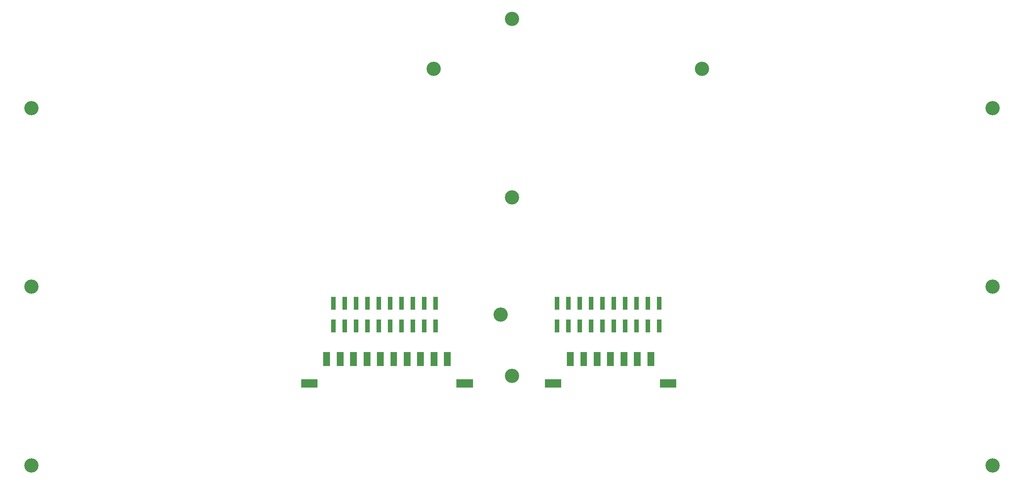
<source format=gbr>
%TF.GenerationSoftware,KiCad,Pcbnew,7.0.1*%
%TF.CreationDate,2025-06-01T15:38:47+02:00*%
%TF.ProjectId,federkontaktplatine_oben,66656465-726b-46f6-9e74-616b74706c61,rev?*%
%TF.SameCoordinates,Original*%
%TF.FileFunction,Soldermask,Top*%
%TF.FilePolarity,Negative*%
%FSLAX46Y46*%
G04 Gerber Fmt 4.6, Leading zero omitted, Abs format (unit mm)*
G04 Created by KiCad (PCBNEW 7.0.1) date 2025-06-01 15:38:47*
%MOMM*%
%LPD*%
G01*
G04 APERTURE LIST*
%ADD10C,0.010000*%
%ADD11C,3.200000*%
%ADD12R,1.000000X3.000000*%
G04 APERTURE END LIST*
%TO.C,J1*%
D10*
X104406200Y-121251200D02*
X100823800Y-121251200D01*
X100823800Y-119448800D01*
X104406200Y-119448800D01*
X104406200Y-121251200D01*
G36*
X104406200Y-121251200D02*
G01*
X100823800Y-121251200D01*
X100823800Y-119448800D01*
X104406200Y-119448800D01*
X104406200Y-121251200D01*
G37*
X107211200Y-116416200D02*
X105788800Y-116416200D01*
X105788800Y-113343800D01*
X107211200Y-113343800D01*
X107211200Y-116416200D01*
G36*
X107211200Y-116416200D02*
G01*
X105788800Y-116416200D01*
X105788800Y-113343800D01*
X107211200Y-113343800D01*
X107211200Y-116416200D01*
G37*
X110211200Y-116416200D02*
X108788800Y-116416200D01*
X108788800Y-113343800D01*
X110211200Y-113343800D01*
X110211200Y-116416200D01*
G36*
X110211200Y-116416200D02*
G01*
X108788800Y-116416200D01*
X108788800Y-113343800D01*
X110211200Y-113343800D01*
X110211200Y-116416200D01*
G37*
X113211200Y-116416200D02*
X111788800Y-116416200D01*
X111788800Y-113343800D01*
X113211200Y-113343800D01*
X113211200Y-116416200D01*
G36*
X113211200Y-116416200D02*
G01*
X111788800Y-116416200D01*
X111788800Y-113343800D01*
X113211200Y-113343800D01*
X113211200Y-116416200D01*
G37*
X116211200Y-116416200D02*
X114788800Y-116416200D01*
X114788800Y-113343800D01*
X116211200Y-113343800D01*
X116211200Y-116416200D01*
G36*
X116211200Y-116416200D02*
G01*
X114788800Y-116416200D01*
X114788800Y-113343800D01*
X116211200Y-113343800D01*
X116211200Y-116416200D01*
G37*
X119211200Y-116416200D02*
X117788800Y-116416200D01*
X117788800Y-113343800D01*
X119211200Y-113343800D01*
X119211200Y-116416200D01*
G36*
X119211200Y-116416200D02*
G01*
X117788800Y-116416200D01*
X117788800Y-113343800D01*
X119211200Y-113343800D01*
X119211200Y-116416200D01*
G37*
X122211200Y-116416200D02*
X120788800Y-116416200D01*
X120788800Y-113343800D01*
X122211200Y-113343800D01*
X122211200Y-116416200D01*
G36*
X122211200Y-116416200D02*
G01*
X120788800Y-116416200D01*
X120788800Y-113343800D01*
X122211200Y-113343800D01*
X122211200Y-116416200D01*
G37*
X125211200Y-116416200D02*
X123788800Y-116416200D01*
X123788800Y-113343800D01*
X125211200Y-113343800D01*
X125211200Y-116416200D01*
G36*
X125211200Y-116416200D02*
G01*
X123788800Y-116416200D01*
X123788800Y-113343800D01*
X125211200Y-113343800D01*
X125211200Y-116416200D01*
G37*
X128211200Y-116416200D02*
X126788800Y-116416200D01*
X126788800Y-113343800D01*
X128211200Y-113343800D01*
X128211200Y-116416200D01*
G36*
X128211200Y-116416200D02*
G01*
X126788800Y-116416200D01*
X126788800Y-113343800D01*
X128211200Y-113343800D01*
X128211200Y-116416200D01*
G37*
X131211200Y-116416200D02*
X129788800Y-116416200D01*
X129788800Y-113343800D01*
X131211200Y-113343800D01*
X131211200Y-116416200D01*
G36*
X131211200Y-116416200D02*
G01*
X129788800Y-116416200D01*
X129788800Y-113343800D01*
X131211200Y-113343800D01*
X131211200Y-116416200D01*
G37*
X134211200Y-116416200D02*
X132788800Y-116416200D01*
X132788800Y-113343800D01*
X134211200Y-113343800D01*
X134211200Y-116416200D01*
G36*
X134211200Y-116416200D02*
G01*
X132788800Y-116416200D01*
X132788800Y-113343800D01*
X134211200Y-113343800D01*
X134211200Y-116416200D01*
G37*
X139176200Y-121251200D02*
X135593800Y-121251200D01*
X135593800Y-119448800D01*
X139176200Y-119448800D01*
X139176200Y-121251200D01*
G36*
X139176200Y-121251200D02*
G01*
X135593800Y-121251200D01*
X135593800Y-119448800D01*
X139176200Y-119448800D01*
X139176200Y-121251200D01*
G37*
%TO.C,J2*%
X158906200Y-121251200D02*
X155323800Y-121251200D01*
X155323800Y-119448800D01*
X158906200Y-119448800D01*
X158906200Y-121251200D01*
G36*
X158906200Y-121251200D02*
G01*
X155323800Y-121251200D01*
X155323800Y-119448800D01*
X158906200Y-119448800D01*
X158906200Y-121251200D01*
G37*
X161711200Y-116416200D02*
X160288800Y-116416200D01*
X160288800Y-113343800D01*
X161711200Y-113343800D01*
X161711200Y-116416200D01*
G36*
X161711200Y-116416200D02*
G01*
X160288800Y-116416200D01*
X160288800Y-113343800D01*
X161711200Y-113343800D01*
X161711200Y-116416200D01*
G37*
X164711200Y-116416200D02*
X163288800Y-116416200D01*
X163288800Y-113343800D01*
X164711200Y-113343800D01*
X164711200Y-116416200D01*
G36*
X164711200Y-116416200D02*
G01*
X163288800Y-116416200D01*
X163288800Y-113343800D01*
X164711200Y-113343800D01*
X164711200Y-116416200D01*
G37*
X167711200Y-116416200D02*
X166288800Y-116416200D01*
X166288800Y-113343800D01*
X167711200Y-113343800D01*
X167711200Y-116416200D01*
G36*
X167711200Y-116416200D02*
G01*
X166288800Y-116416200D01*
X166288800Y-113343800D01*
X167711200Y-113343800D01*
X167711200Y-116416200D01*
G37*
X170711200Y-116416200D02*
X169288800Y-116416200D01*
X169288800Y-113343800D01*
X170711200Y-113343800D01*
X170711200Y-116416200D01*
G36*
X170711200Y-116416200D02*
G01*
X169288800Y-116416200D01*
X169288800Y-113343800D01*
X170711200Y-113343800D01*
X170711200Y-116416200D01*
G37*
X173711200Y-116416200D02*
X172288800Y-116416200D01*
X172288800Y-113343800D01*
X173711200Y-113343800D01*
X173711200Y-116416200D01*
G36*
X173711200Y-116416200D02*
G01*
X172288800Y-116416200D01*
X172288800Y-113343800D01*
X173711200Y-113343800D01*
X173711200Y-116416200D01*
G37*
X176711200Y-116416200D02*
X175288800Y-116416200D01*
X175288800Y-113343800D01*
X176711200Y-113343800D01*
X176711200Y-116416200D01*
G36*
X176711200Y-116416200D02*
G01*
X175288800Y-116416200D01*
X175288800Y-113343800D01*
X176711200Y-113343800D01*
X176711200Y-116416200D01*
G37*
X179711200Y-116416200D02*
X178288800Y-116416200D01*
X178288800Y-113343800D01*
X179711200Y-113343800D01*
X179711200Y-116416200D01*
G36*
X179711200Y-116416200D02*
G01*
X178288800Y-116416200D01*
X178288800Y-113343800D01*
X179711200Y-113343800D01*
X179711200Y-116416200D01*
G37*
X184676200Y-121251200D02*
X181093800Y-121251200D01*
X181093800Y-119448800D01*
X184676200Y-119448800D01*
X184676200Y-121251200D01*
G36*
X184676200Y-121251200D02*
G01*
X181093800Y-121251200D01*
X181093800Y-119448800D01*
X184676200Y-119448800D01*
X184676200Y-121251200D01*
G37*
%TD*%
D11*
%TO.C,H8*%
X255500000Y-58750000D03*
%TD*%
D12*
%TO.C,J4*%
X180930000Y-107520000D03*
X180930000Y-102480000D03*
X178390000Y-107520000D03*
X178390000Y-102480000D03*
X175850000Y-107520000D03*
X175850000Y-102480000D03*
X173310000Y-107520000D03*
X173310000Y-102480000D03*
X170770000Y-107520000D03*
X170770000Y-102480000D03*
X168230000Y-107520000D03*
X168230000Y-102480000D03*
X165690000Y-107520000D03*
X165690000Y-102480000D03*
X163150000Y-107520000D03*
X163150000Y-102480000D03*
X160610000Y-107520000D03*
X160610000Y-102480000D03*
X158070000Y-107520000D03*
X158070000Y-102480000D03*
%TD*%
D11*
%TO.C,H12*%
X255500000Y-98750000D03*
%TD*%
%TO.C,H6*%
X40500000Y-98750000D03*
%TD*%
%TO.C,H9*%
X255500000Y-138750000D03*
%TD*%
%TO.C,H7*%
X148000000Y-118750000D03*
%TD*%
%TO.C,H10*%
X148000000Y-38750000D03*
%TD*%
%TO.C,H4*%
X40500000Y-58750000D03*
%TD*%
%TO.C,H5*%
X40500000Y-138750000D03*
%TD*%
%TO.C,H3*%
X130500000Y-50000000D03*
%TD*%
D12*
%TO.C,J3*%
X130930000Y-107520000D03*
X130930000Y-102480000D03*
X128390000Y-107520000D03*
X128390000Y-102480000D03*
X125850000Y-107520000D03*
X125850000Y-102480000D03*
X123310000Y-107520000D03*
X123310000Y-102480000D03*
X120770000Y-107520000D03*
X120770000Y-102480000D03*
X118230000Y-107520000D03*
X118230000Y-102480000D03*
X115690000Y-107520000D03*
X115690000Y-102480000D03*
X113150000Y-107520000D03*
X113150000Y-102480000D03*
X110610000Y-107520000D03*
X110610000Y-102480000D03*
X108070000Y-107520000D03*
X108070000Y-102480000D03*
%TD*%
D11*
%TO.C,H2*%
X190500000Y-50000000D03*
%TD*%
%TO.C,H1*%
X145500000Y-105000000D03*
%TD*%
%TO.C,H11*%
X148000000Y-78750000D03*
%TD*%
M02*

</source>
